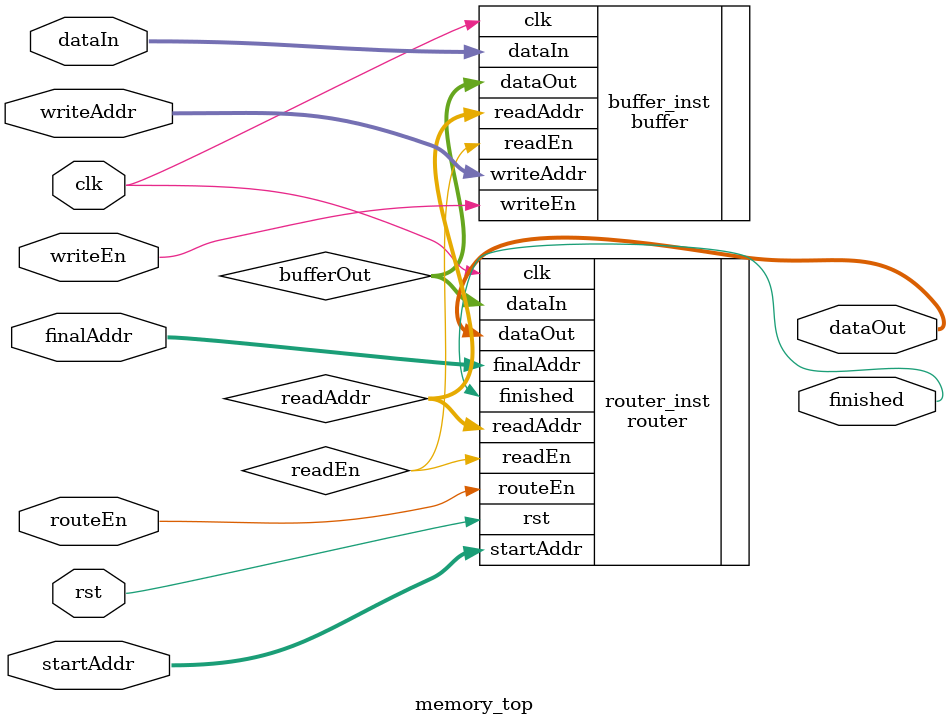
<source format=v>
module memory_top (
    input clk, rst, routeEn, writeEn,
    input [AddrWidth-1:0] writeAddr, startAddr, finalAddr,
    input [DataWidth-1:0] dataIn, // Data to buffer
    output finished,
    output [MaxWidth*DataWidth-1:0] dataOut // Data from router
);
    localparam MaxWidth = 9;
    localparam Depth = 32;
    localparam DataWidth = 8;
    localparam AddrWidth = $clog2(Depth);

    wire readEn;
    wire [AddrWidth-1:0] readAddr;
    wire [DataWidth-1:0] bufferOut;

    buffer #(
        .Depth(Depth),
        .DataWidth(DataWidth)
    ) buffer_inst (
        .clk(clk),
        .writeEn(writeEn),
        .readEn(readEn),
        .dataIn(dataIn),
        .writeAddr(writeAddr),
        .readAddr(readAddr),
        .dataOut(bufferOut)
    );

    router #(
        .MaxWidth(MaxWidth),
        .Depth(Depth),
        .DataWidth(DataWidth)
    ) router_inst (
        .clk(clk),
        .rst(rst),
        .routeEn(routeEn),
        .startAddr(startAddr),
        .finalAddr(finalAddr),
        .dataIn(bufferOut),
        .readEn(readEn),
        .readAddr(readAddr),
        .dataOut(dataOut),
        .finished(finished)
    );
endmodule
</source>
